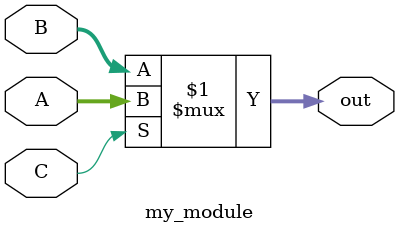
<source format=v>
`timescale 1ns / 1ps


module my_module(
    input [3:0] A,
    input [3:0] B,
    input C,
    output [3:0] out
    );
     
   assign #3 out = C ? A : B; // assign #3 out = C ? A : B;
        
endmodule

</source>
